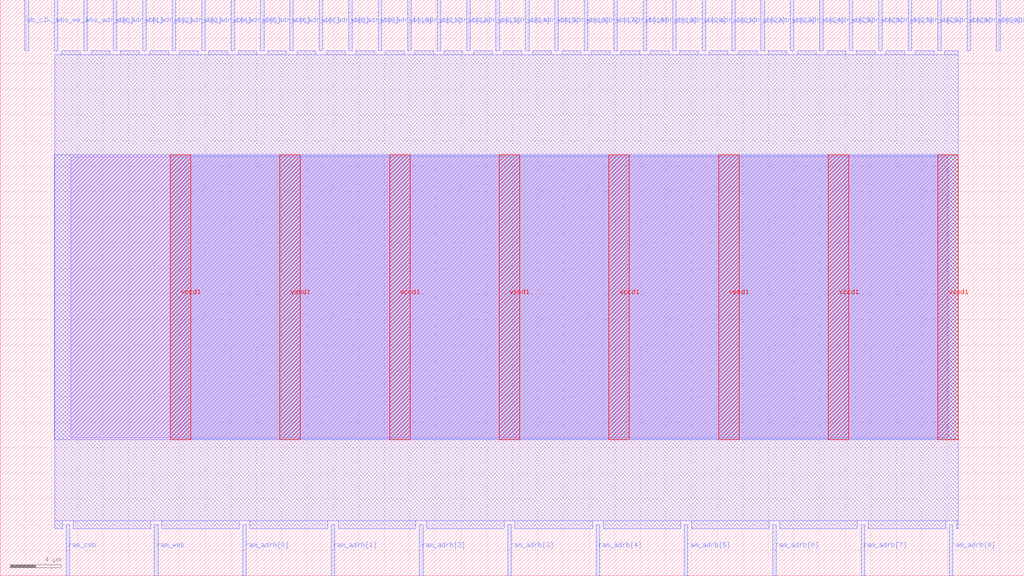
<source format=lef>
VERSION 5.7 ;
  NOWIREEXTENSIONATPIN ON ;
  DIVIDERCHAR "/" ;
  BUSBITCHARS "[]" ;
MACRO wb_decode
  CLASS BLOCK ;
  FOREIGN wb_decode ;
  ORIGIN 0.000 0.000 ;
  SIZE 80.000 BY 45.000 ;
  PIN ram_adrb[0]
    DIRECTION OUTPUT TRISTATE ;
    USE SIGNAL ;
    PORT
      LAYER met2 ;
        RECT 18.950 0.000 19.230 4.000 ;
    END
  END ram_adrb[0]
  PIN ram_adrb[1]
    DIRECTION OUTPUT TRISTATE ;
    USE SIGNAL ;
    PORT
      LAYER met2 ;
        RECT 25.850 0.000 26.130 4.000 ;
    END
  END ram_adrb[1]
  PIN ram_adrb[2]
    DIRECTION OUTPUT TRISTATE ;
    USE SIGNAL ;
    PORT
      LAYER met2 ;
        RECT 32.750 0.000 33.030 4.000 ;
    END
  END ram_adrb[2]
  PIN ram_adrb[3]
    DIRECTION OUTPUT TRISTATE ;
    USE SIGNAL ;
    PORT
      LAYER met2 ;
        RECT 39.650 0.000 39.930 4.000 ;
    END
  END ram_adrb[3]
  PIN ram_adrb[4]
    DIRECTION OUTPUT TRISTATE ;
    USE SIGNAL ;
    PORT
      LAYER met2 ;
        RECT 46.550 0.000 46.830 4.000 ;
    END
  END ram_adrb[4]
  PIN ram_adrb[5]
    DIRECTION OUTPUT TRISTATE ;
    USE SIGNAL ;
    PORT
      LAYER met2 ;
        RECT 53.450 0.000 53.730 4.000 ;
    END
  END ram_adrb[5]
  PIN ram_adrb[6]
    DIRECTION OUTPUT TRISTATE ;
    USE SIGNAL ;
    PORT
      LAYER met2 ;
        RECT 60.350 0.000 60.630 4.000 ;
    END
  END ram_adrb[6]
  PIN ram_adrb[7]
    DIRECTION OUTPUT TRISTATE ;
    USE SIGNAL ;
    PORT
      LAYER met2 ;
        RECT 67.250 0.000 67.530 4.000 ;
    END
  END ram_adrb[7]
  PIN ram_adrb[8]
    DIRECTION OUTPUT TRISTATE ;
    USE SIGNAL ;
    PORT
      LAYER met2 ;
        RECT 74.150 0.000 74.430 4.000 ;
    END
  END ram_adrb[8]
  PIN ram_csb
    DIRECTION OUTPUT TRISTATE ;
    USE SIGNAL ;
    PORT
      LAYER met2 ;
        RECT 5.150 0.000 5.430 4.000 ;
    END
  END ram_csb
  PIN ram_web
    DIRECTION OUTPUT TRISTATE ;
    USE SIGNAL ;
    PORT
      LAYER met2 ;
        RECT 12.050 0.000 12.330 4.000 ;
    END
  END ram_web
  PIN vccd1
    DIRECTION INOUT ;
    USE POWER ;
    PORT
      LAYER met4 ;
        RECT 13.285 10.640 14.885 32.880 ;
    END
    PORT
      LAYER met4 ;
        RECT 30.420 10.640 32.020 32.880 ;
    END
    PORT
      LAYER met4 ;
        RECT 47.555 10.640 49.155 32.880 ;
    END
    PORT
      LAYER met4 ;
        RECT 64.690 10.640 66.290 32.880 ;
    END
  END vccd1
  PIN vssd1
    DIRECTION INOUT ;
    USE GROUND ;
    PORT
      LAYER met4 ;
        RECT 21.850 10.640 23.450 32.880 ;
    END
    PORT
      LAYER met4 ;
        RECT 38.985 10.640 40.585 32.880 ;
    END
    PORT
      LAYER met4 ;
        RECT 56.120 10.640 57.720 32.880 ;
    END
    PORT
      LAYER met4 ;
        RECT 73.255 10.640 74.855 32.880 ;
    END
  END vssd1
  PIN wb_clk_i
    DIRECTION INPUT ;
    USE SIGNAL ;
    PORT
      LAYER met2 ;
        RECT 1.930 41.000 2.210 45.000 ;
    END
  END wb_clk_i
  PIN wbs_adr_i[0]
    DIRECTION INPUT ;
    USE SIGNAL ;
    PORT
      LAYER met2 ;
        RECT 6.530 41.000 6.810 45.000 ;
    END
  END wbs_adr_i[0]
  PIN wbs_adr_i[10]
    DIRECTION INPUT ;
    USE SIGNAL ;
    PORT
      LAYER met2 ;
        RECT 29.530 41.000 29.810 45.000 ;
    END
  END wbs_adr_i[10]
  PIN wbs_adr_i[11]
    DIRECTION INPUT ;
    USE SIGNAL ;
    PORT
      LAYER met2 ;
        RECT 31.830 41.000 32.110 45.000 ;
    END
  END wbs_adr_i[11]
  PIN wbs_adr_i[12]
    DIRECTION INPUT ;
    USE SIGNAL ;
    PORT
      LAYER met2 ;
        RECT 34.130 41.000 34.410 45.000 ;
    END
  END wbs_adr_i[12]
  PIN wbs_adr_i[13]
    DIRECTION INPUT ;
    USE SIGNAL ;
    PORT
      LAYER met2 ;
        RECT 36.430 41.000 36.710 45.000 ;
    END
  END wbs_adr_i[13]
  PIN wbs_adr_i[14]
    DIRECTION INPUT ;
    USE SIGNAL ;
    PORT
      LAYER met2 ;
        RECT 38.730 41.000 39.010 45.000 ;
    END
  END wbs_adr_i[14]
  PIN wbs_adr_i[15]
    DIRECTION INPUT ;
    USE SIGNAL ;
    PORT
      LAYER met2 ;
        RECT 41.030 41.000 41.310 45.000 ;
    END
  END wbs_adr_i[15]
  PIN wbs_adr_i[16]
    DIRECTION INPUT ;
    USE SIGNAL ;
    PORT
      LAYER met2 ;
        RECT 43.330 41.000 43.610 45.000 ;
    END
  END wbs_adr_i[16]
  PIN wbs_adr_i[17]
    DIRECTION INPUT ;
    USE SIGNAL ;
    PORT
      LAYER met2 ;
        RECT 45.630 41.000 45.910 45.000 ;
    END
  END wbs_adr_i[17]
  PIN wbs_adr_i[18]
    DIRECTION INPUT ;
    USE SIGNAL ;
    PORT
      LAYER met2 ;
        RECT 47.930 41.000 48.210 45.000 ;
    END
  END wbs_adr_i[18]
  PIN wbs_adr_i[19]
    DIRECTION INPUT ;
    USE SIGNAL ;
    PORT
      LAYER met2 ;
        RECT 50.230 41.000 50.510 45.000 ;
    END
  END wbs_adr_i[19]
  PIN wbs_adr_i[1]
    DIRECTION INPUT ;
    USE SIGNAL ;
    PORT
      LAYER met2 ;
        RECT 8.830 41.000 9.110 45.000 ;
    END
  END wbs_adr_i[1]
  PIN wbs_adr_i[20]
    DIRECTION INPUT ;
    USE SIGNAL ;
    PORT
      LAYER met2 ;
        RECT 52.530 41.000 52.810 45.000 ;
    END
  END wbs_adr_i[20]
  PIN wbs_adr_i[21]
    DIRECTION INPUT ;
    USE SIGNAL ;
    PORT
      LAYER met2 ;
        RECT 54.830 41.000 55.110 45.000 ;
    END
  END wbs_adr_i[21]
  PIN wbs_adr_i[22]
    DIRECTION INPUT ;
    USE SIGNAL ;
    PORT
      LAYER met2 ;
        RECT 57.130 41.000 57.410 45.000 ;
    END
  END wbs_adr_i[22]
  PIN wbs_adr_i[23]
    DIRECTION INPUT ;
    USE SIGNAL ;
    PORT
      LAYER met2 ;
        RECT 59.430 41.000 59.710 45.000 ;
    END
  END wbs_adr_i[23]
  PIN wbs_adr_i[24]
    DIRECTION INPUT ;
    USE SIGNAL ;
    PORT
      LAYER met2 ;
        RECT 61.730 41.000 62.010 45.000 ;
    END
  END wbs_adr_i[24]
  PIN wbs_adr_i[25]
    DIRECTION INPUT ;
    USE SIGNAL ;
    PORT
      LAYER met2 ;
        RECT 64.030 41.000 64.310 45.000 ;
    END
  END wbs_adr_i[25]
  PIN wbs_adr_i[26]
    DIRECTION INPUT ;
    USE SIGNAL ;
    PORT
      LAYER met2 ;
        RECT 66.330 41.000 66.610 45.000 ;
    END
  END wbs_adr_i[26]
  PIN wbs_adr_i[27]
    DIRECTION INPUT ;
    USE SIGNAL ;
    PORT
      LAYER met2 ;
        RECT 68.630 41.000 68.910 45.000 ;
    END
  END wbs_adr_i[27]
  PIN wbs_adr_i[28]
    DIRECTION INPUT ;
    USE SIGNAL ;
    PORT
      LAYER met2 ;
        RECT 70.930 41.000 71.210 45.000 ;
    END
  END wbs_adr_i[28]
  PIN wbs_adr_i[29]
    DIRECTION INPUT ;
    USE SIGNAL ;
    PORT
      LAYER met2 ;
        RECT 73.230 41.000 73.510 45.000 ;
    END
  END wbs_adr_i[29]
  PIN wbs_adr_i[2]
    DIRECTION INPUT ;
    USE SIGNAL ;
    PORT
      LAYER met2 ;
        RECT 11.130 41.000 11.410 45.000 ;
    END
  END wbs_adr_i[2]
  PIN wbs_adr_i[30]
    DIRECTION INPUT ;
    USE SIGNAL ;
    PORT
      LAYER met2 ;
        RECT 75.530 41.000 75.810 45.000 ;
    END
  END wbs_adr_i[30]
  PIN wbs_adr_i[31]
    DIRECTION INPUT ;
    USE SIGNAL ;
    PORT
      LAYER met2 ;
        RECT 77.830 41.000 78.110 45.000 ;
    END
  END wbs_adr_i[31]
  PIN wbs_adr_i[3]
    DIRECTION INPUT ;
    USE SIGNAL ;
    PORT
      LAYER met2 ;
        RECT 13.430 41.000 13.710 45.000 ;
    END
  END wbs_adr_i[3]
  PIN wbs_adr_i[4]
    DIRECTION INPUT ;
    USE SIGNAL ;
    PORT
      LAYER met2 ;
        RECT 15.730 41.000 16.010 45.000 ;
    END
  END wbs_adr_i[4]
  PIN wbs_adr_i[5]
    DIRECTION INPUT ;
    USE SIGNAL ;
    PORT
      LAYER met2 ;
        RECT 18.030 41.000 18.310 45.000 ;
    END
  END wbs_adr_i[5]
  PIN wbs_adr_i[6]
    DIRECTION INPUT ;
    USE SIGNAL ;
    PORT
      LAYER met2 ;
        RECT 20.330 41.000 20.610 45.000 ;
    END
  END wbs_adr_i[6]
  PIN wbs_adr_i[7]
    DIRECTION INPUT ;
    USE SIGNAL ;
    PORT
      LAYER met2 ;
        RECT 22.630 41.000 22.910 45.000 ;
    END
  END wbs_adr_i[7]
  PIN wbs_adr_i[8]
    DIRECTION INPUT ;
    USE SIGNAL ;
    PORT
      LAYER met2 ;
        RECT 24.930 41.000 25.210 45.000 ;
    END
  END wbs_adr_i[8]
  PIN wbs_adr_i[9]
    DIRECTION INPUT ;
    USE SIGNAL ;
    PORT
      LAYER met2 ;
        RECT 27.230 41.000 27.510 45.000 ;
    END
  END wbs_adr_i[9]
  PIN wbs_we_i
    DIRECTION INPUT ;
    USE SIGNAL ;
    PORT
      LAYER met2 ;
        RECT 4.230 41.000 4.510 45.000 ;
    END
  END wbs_we_i
  OBS
      LAYER li1 ;
        RECT 5.520 10.795 74.060 32.725 ;
      LAYER met1 ;
        RECT 4.210 10.640 74.855 32.880 ;
      LAYER met2 ;
        RECT 4.790 40.720 6.250 41.000 ;
        RECT 7.090 40.720 8.550 41.000 ;
        RECT 9.390 40.720 10.850 41.000 ;
        RECT 11.690 40.720 13.150 41.000 ;
        RECT 13.990 40.720 15.450 41.000 ;
        RECT 16.290 40.720 17.750 41.000 ;
        RECT 18.590 40.720 20.050 41.000 ;
        RECT 20.890 40.720 22.350 41.000 ;
        RECT 23.190 40.720 24.650 41.000 ;
        RECT 25.490 40.720 26.950 41.000 ;
        RECT 27.790 40.720 29.250 41.000 ;
        RECT 30.090 40.720 31.550 41.000 ;
        RECT 32.390 40.720 33.850 41.000 ;
        RECT 34.690 40.720 36.150 41.000 ;
        RECT 36.990 40.720 38.450 41.000 ;
        RECT 39.290 40.720 40.750 41.000 ;
        RECT 41.590 40.720 43.050 41.000 ;
        RECT 43.890 40.720 45.350 41.000 ;
        RECT 46.190 40.720 47.650 41.000 ;
        RECT 48.490 40.720 49.950 41.000 ;
        RECT 50.790 40.720 52.250 41.000 ;
        RECT 53.090 40.720 54.550 41.000 ;
        RECT 55.390 40.720 56.850 41.000 ;
        RECT 57.690 40.720 59.150 41.000 ;
        RECT 59.990 40.720 61.450 41.000 ;
        RECT 62.290 40.720 63.750 41.000 ;
        RECT 64.590 40.720 66.050 41.000 ;
        RECT 66.890 40.720 68.350 41.000 ;
        RECT 69.190 40.720 70.650 41.000 ;
        RECT 71.490 40.720 72.950 41.000 ;
        RECT 73.790 40.720 74.825 41.000 ;
        RECT 4.240 4.280 74.825 40.720 ;
        RECT 4.240 3.670 4.870 4.280 ;
        RECT 5.710 3.670 11.770 4.280 ;
        RECT 12.610 3.670 18.670 4.280 ;
        RECT 19.510 3.670 25.570 4.280 ;
        RECT 26.410 3.670 32.470 4.280 ;
        RECT 33.310 3.670 39.370 4.280 ;
        RECT 40.210 3.670 46.270 4.280 ;
        RECT 47.110 3.670 53.170 4.280 ;
        RECT 54.010 3.670 60.070 4.280 ;
        RECT 60.910 3.670 66.970 4.280 ;
        RECT 67.810 3.670 73.870 4.280 ;
        RECT 74.710 3.670 74.825 4.280 ;
      LAYER met3 ;
        RECT 13.295 10.715 74.845 32.805 ;
  END
END wb_decode
END LIBRARY


</source>
